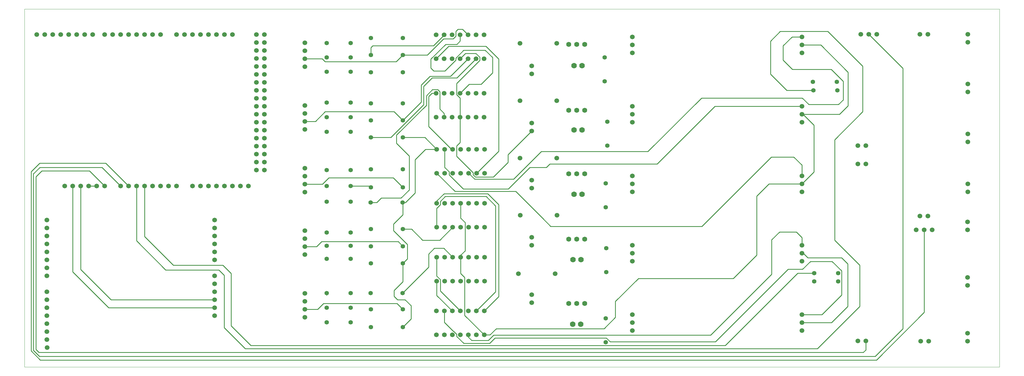
<source format=gtl>
%FSLAX43Y43*%
%MOMM*%
G71*
G01*
G75*
G04 Layer_Physical_Order=1*
G04 Layer_Color=255*
%ADD10C,0.250*%
%ADD11C,0.254*%
%ADD12C,0.100*%
%ADD13C,1.500*%
%ADD14C,1.500*%
%ADD15C,1.400*%
%ADD16C,1.778*%
%ADD17C,1.600*%
D10*
X164800Y47300D02*
X167300Y44800D01*
X215400D01*
X220000Y49400D01*
X156200Y55900D02*
X164800Y47300D01*
X136870Y55900D02*
X156200D01*
X131080Y61690D02*
X136870Y55900D01*
X133400Y55200D02*
X147300D01*
X150800Y51700D01*
Y22420D02*
Y43200D01*
X146800Y54300D02*
X149800Y51300D01*
X133800Y54300D02*
X146800D01*
X265600Y19300D02*
Y32400D01*
X252100Y5800D02*
X265600Y19300D01*
X70200Y5800D02*
X252100D01*
X279300Y12200D02*
Y95160D01*
X270500Y3400D02*
X279300Y12200D01*
X4700Y3400D02*
X270500D01*
X268500Y105960D02*
X279300Y95160D01*
X256600Y14100D02*
X261800Y19300D01*
X247200Y14100D02*
X256600D01*
X256820Y33600D02*
X259787Y30633D01*
X249900Y33600D02*
X256820D01*
X247400Y31100D02*
X249900Y33600D01*
X242800Y31100D02*
X247400D01*
X153800Y56700D02*
X159000Y61900D01*
X139556Y56700D02*
X153800D01*
X218200Y10100D02*
X237600Y29500D01*
X149200Y10100D02*
X218200D01*
X147500Y8400D02*
X149200Y10100D01*
X184300Y12200D02*
X187900Y15800D01*
X150000Y12200D02*
X184300D01*
X147980Y10180D02*
X150000Y12200D01*
X187900Y15800D02*
Y20900D01*
X195200Y28200D01*
X2100Y5100D02*
X5000Y2200D01*
X2100Y5100D02*
Y62200D01*
X5000Y2200D02*
X270900D01*
X2800Y5300D02*
Y61500D01*
Y5300D02*
X4700Y3400D01*
X3600Y5600D02*
Y60600D01*
Y5600D02*
X4600Y4600D01*
X266700D01*
X270900Y2200D02*
X286100Y17400D01*
X153775Y67620D02*
X161300Y75145D01*
X153775Y65175D02*
Y67620D01*
X167000Y64700D02*
X201170D01*
X220000Y49400D02*
X237500Y66900D01*
X198200Y68600D02*
X215300Y85700D01*
X164300Y68600D02*
X198200D01*
X155500Y59800D02*
X164300Y68600D01*
X2100Y62200D02*
X4800Y64900D01*
X2800Y61500D02*
X4900Y63600D01*
X3600Y60600D02*
X5500Y62500D01*
X185017Y9196D02*
X186213Y8000D01*
X95990Y23400D02*
X96090Y23500D01*
X96010Y103280D02*
X96090Y103200D01*
Y22810D02*
Y23500D01*
X236750Y58350D02*
X247200D01*
X232800Y54400D02*
X236750Y58350D01*
X232800Y35600D02*
Y54400D01*
X225400Y28200D02*
X232800Y35600D01*
X195200Y28200D02*
X225400D01*
X146180Y10180D02*
X147980D01*
X247200Y102600D02*
X253200D01*
X222813Y6813D02*
X232400Y16400D01*
X71987Y6813D02*
X222813D01*
X138700Y34970D02*
Y35600D01*
X140100Y37000D01*
Y46000D01*
X138700Y47400D02*
X140100Y46000D01*
X138700Y47400D02*
Y52140D01*
X131080Y44520D02*
Y50546D01*
X149800Y23960D02*
Y51300D01*
X132207Y52707D02*
X133800Y54300D01*
X132207Y51673D02*
Y52707D01*
X131080Y50546D02*
X132207Y51673D01*
X131080Y52880D02*
X133400Y55200D01*
X131080Y52140D02*
Y52880D01*
X143640Y17800D02*
X149800Y23960D01*
X132040Y40400D02*
X136160Y44520D01*
X126600Y40400D02*
X132040D01*
X123100Y43900D02*
X126600Y40400D01*
X120280Y43900D02*
X123100D01*
X150800Y43200D02*
Y51700D01*
X120280Y12700D02*
X122900Y15320D01*
Y19500D01*
X120280Y27180D02*
Y33000D01*
X121700Y34420D01*
Y39000D01*
X117300Y43400D02*
X121700Y39000D01*
X117300Y43400D02*
Y45500D01*
X120280Y48480D01*
X138520Y71520D02*
Y79590D01*
X142653Y61223D02*
Y61871D01*
X141707Y62817D02*
X142653Y61871D01*
X141683Y62817D02*
X141707D01*
X124200Y55420D02*
Y66000D01*
X127510Y69310D01*
X131080D01*
X139973Y16387D02*
Y28527D01*
X138700Y29800D02*
X139973Y28527D01*
X138700Y29800D02*
Y34970D01*
X130010Y102300D02*
X133620Y105910D01*
X120180Y23500D02*
X128500Y31820D01*
X130010Y102300D02*
X133620Y105910D01*
X138560Y17800D02*
Y17840D01*
X132207Y24193D02*
X138560Y17840D01*
X132207Y24193D02*
Y27817D01*
X131080Y28944D02*
X132207Y27817D01*
X131080Y28944D02*
Y34970D01*
Y22740D02*
X136020Y17800D01*
X131080Y22740D02*
Y27350D01*
X143640Y17800D02*
X144147D01*
X118430Y20200D02*
X120280Y18350D01*
X95100Y20200D02*
X118430D01*
X93220Y18320D02*
X95100Y20200D01*
X133330Y37800D02*
X136160Y34970D01*
X240100Y43000D02*
X245400D01*
X237600Y40500D02*
X240100Y43000D01*
X237600Y29500D02*
Y40500D01*
X142200Y8400D02*
X147500D01*
X149596Y9196D02*
X185017D01*
X147900Y7500D02*
X149596Y9196D01*
X139646Y7500D02*
X147900D01*
X137433Y9713D02*
X139646Y7500D01*
X186213Y8000D02*
X219700D01*
X242800Y31100D01*
X146180Y17800D02*
X150800Y22420D01*
X4800Y64900D02*
X25830D01*
X4900Y63600D02*
X24590D01*
X5500Y62500D02*
X20610D01*
X138520Y98200D02*
X140220Y99900D01*
X143494D01*
X144727Y98667D01*
Y97787D02*
Y98667D01*
Y97787D02*
X144800Y97714D01*
X137393Y90307D02*
X144800Y97714D01*
X137393Y86743D02*
Y90307D01*
Y86743D02*
X138520Y85616D01*
Y79590D02*
Y85616D01*
Y87210D02*
X141410Y90100D01*
X145200D01*
X148800Y93700D01*
Y98600D01*
X146500Y100900D02*
X148800Y98600D01*
X139626Y100900D02*
X146500D01*
X137107Y98381D02*
X139626Y100900D01*
X137107Y97733D02*
Y98381D01*
X133674Y94300D02*
X137107Y97733D01*
X130100Y94300D02*
X133674D01*
X129200Y95200D02*
X130100Y94300D01*
X129200Y95200D02*
Y98100D01*
X133900Y102800D01*
X137500D01*
X136266Y104512D02*
X137107Y105353D01*
X133288Y104512D02*
X136266D01*
X128126Y99350D02*
X133288Y104512D01*
X137500Y102800D02*
X138520Y103820D01*
Y105820D01*
X139280Y107600D02*
X141060Y105820D01*
X137800Y107600D02*
X139280D01*
X137107Y106907D02*
X137800Y107600D01*
X137107Y105353D02*
Y106907D01*
X65700Y13100D02*
X71987Y6813D01*
X63500Y12500D02*
X70200Y5800D01*
X63500Y12500D02*
Y29200D01*
X61800Y30900D02*
X63500Y29200D01*
X35620Y40180D02*
Y57650D01*
Y40180D02*
X44900Y30900D01*
X61800D01*
X257600Y40400D02*
X265600Y32400D01*
X257600Y40400D02*
Y72400D01*
X266500Y81300D01*
Y95800D01*
X65700Y13100D02*
Y29800D01*
X232400Y16400D02*
X245900Y29900D01*
X251090D01*
X247525Y80475D02*
X259175D01*
X247200D02*
X247525D01*
X259175D02*
X261900Y83200D01*
Y93900D01*
X253200Y102600D02*
X261900Y93900D01*
X24590Y63600D02*
X30540Y57650D01*
X25830Y64900D02*
X33080Y57650D01*
X286100Y17400D02*
Y43660D01*
X22920Y57650D02*
Y58280D01*
X20610Y62500D02*
X25460Y57650D01*
X267500Y5400D02*
Y8240D01*
X27500Y21400D02*
X60400D01*
X17840Y31060D02*
X27500Y21400D01*
X17840Y31060D02*
Y57650D01*
X26740Y18860D02*
X60400D01*
X15300Y30300D02*
X26740Y18860D01*
X15300Y30300D02*
Y57650D01*
X247525Y80475D02*
X251000Y77000D01*
Y62150D02*
Y77000D01*
X247200Y58350D02*
X251000Y62150D01*
X247200Y36225D02*
X247675D01*
X249100Y34800D01*
X259800D01*
X261800Y32800D01*
Y19300D02*
Y32800D01*
X89100Y98200D02*
X94613D01*
X95540Y97273D01*
X118203D01*
X120280Y99350D01*
Y78550D02*
X126100Y84370D01*
X135460Y92600D02*
X141060Y98200D01*
X126100Y84370D02*
Y89800D01*
X128900Y92600D01*
X135460D01*
X129596Y92096D02*
X135669D01*
X135673Y92100D01*
X137500D01*
X143600Y98200D01*
X120280Y99350D02*
X128126D01*
X110120D02*
Y101720D01*
X110700Y102300D01*
X130010D01*
X266700Y4600D02*
X267500Y5400D01*
X20380Y57650D02*
X22920D01*
X247200Y16640D02*
X253540D01*
X259787Y22887D01*
Y30633D01*
X133480Y14220D02*
Y17800D01*
Y14220D02*
X136393Y11307D01*
X136487D01*
X137433Y10361D01*
Y9713D02*
Y10361D01*
X247200Y38765D02*
Y41200D01*
X245400Y43000D02*
X247200Y41200D01*
X241200Y97800D02*
X244200Y94800D01*
X256500D01*
X215300Y85700D02*
X247300D01*
X219485Y83015D02*
X247200D01*
X201170Y64700D02*
X219485Y83015D01*
X135033Y61223D02*
Y62167D01*
X133620Y63580D02*
X135033Y62167D01*
X133620Y63580D02*
Y69310D01*
X89100Y18320D02*
X93220D01*
X89100Y38290D02*
X92890D01*
X89100Y60800D02*
X89300D01*
X89100Y58260D02*
X94760D01*
X96800Y60300D01*
X117230D01*
X120280Y57250D01*
X89100Y78230D02*
X92530D01*
X95600Y81300D01*
X117530D01*
X120280Y78550D01*
X130900Y98200D02*
X134900Y102200D01*
X146700D01*
X150800Y98100D01*
Y68710D02*
Y98100D01*
X143780Y61690D02*
X150800Y68710D01*
X129510Y87210D02*
X130900D01*
X128500Y86200D02*
X129510Y87210D01*
X103710Y57650D02*
X109720D01*
X110120Y73100D02*
X116500D01*
X120280D02*
X127290D01*
X131080Y69310D01*
X127804Y86404D02*
X129737Y88337D01*
X132027Y82181D02*
X133440Y80768D01*
Y79590D02*
Y80768D01*
X122300Y56400D02*
Y67200D01*
X118263Y71237D02*
X122300Y67200D01*
X118263Y71237D02*
Y73863D01*
X127804Y83404D01*
Y86404D01*
X92890Y38290D02*
X94500Y39900D01*
X118830D01*
X120280Y38450D01*
X135033Y61223D02*
X139556Y56700D01*
X128500Y76600D02*
Y86200D01*
Y76600D02*
X135790Y69310D01*
X136160D01*
X139973Y16387D02*
X146180Y10180D01*
X237200Y93300D02*
Y94600D01*
Y93300D02*
X242400Y88100D01*
X250890D01*
X255400Y106900D02*
X266500Y95800D01*
X237200Y103800D02*
X240300Y106900D01*
X255400D01*
X237200Y94600D02*
Y103800D01*
X38160Y41540D02*
Y57650D01*
Y41540D02*
X47300Y32400D01*
X63100D01*
X65700Y29800D01*
X128500Y31820D02*
Y36000D01*
X130300Y37800D01*
X133330D01*
X141100Y9500D02*
X142200Y8400D01*
X141100Y9500D02*
Y10180D01*
X241200Y97800D02*
Y102300D01*
X244040Y105140D01*
X247200D01*
X256500Y94800D02*
X260300Y91000D01*
X247300Y85700D02*
X249400Y83600D01*
X258800D01*
X260300Y85100D01*
Y91000D01*
X247200Y60890D02*
Y64290D01*
X237500Y66900D02*
X244590D01*
X247200Y64290D01*
X137400Y67100D02*
X141683Y62817D01*
X137400Y67100D02*
Y70400D01*
X138520Y71520D01*
X131364Y88337D02*
X132027Y87674D01*
X129737Y88337D02*
X131364D01*
X132027Y82181D02*
Y87674D01*
X116500Y73100D02*
X126900Y83500D01*
Y89400D01*
X129596Y92096D01*
X119700Y53800D02*
X122300Y56400D01*
X113400Y53800D02*
X119700D01*
X112000Y52400D02*
X113400Y53800D01*
X110020Y52400D02*
X112000D01*
X121180D02*
X124200Y55420D01*
X120180Y52400D02*
X121180D01*
X120280Y48480D02*
Y52300D01*
X120180Y52400D02*
X120280Y52300D01*
X121000Y21400D02*
X122900Y19500D01*
X118600Y21400D02*
X121000D01*
X117500Y24400D02*
X120280Y27180D01*
X117500Y22500D02*
Y24400D01*
Y22500D02*
X118600Y21400D01*
X142653Y61223D02*
X143376Y60500D01*
X149100D01*
X153775Y65175D01*
X141240Y61690D02*
X143130Y59800D01*
X155500D01*
D11*
X165900Y63600D02*
X167000Y64700D01*
X160700Y63600D02*
X165900D01*
X159000Y61900D02*
X160700Y63600D01*
D12*
X-0Y-0D02*
Y114000D01*
Y-0D02*
X310000D01*
Y114000D01*
X-0D02*
X310000D01*
D13*
X146320Y34970D02*
D03*
X143780D02*
D03*
X141240D02*
D03*
X138700D02*
D03*
X136160D02*
D03*
X133620D02*
D03*
X131080D02*
D03*
X146320Y27350D02*
D03*
X143780D02*
D03*
X141240D02*
D03*
X138700D02*
D03*
X136160D02*
D03*
X133620D02*
D03*
X131080D02*
D03*
X146320Y52140D02*
D03*
X143780D02*
D03*
X141240D02*
D03*
X138700D02*
D03*
X136160D02*
D03*
X133620D02*
D03*
X131080D02*
D03*
X146320Y44520D02*
D03*
X143780D02*
D03*
X141240D02*
D03*
X138700D02*
D03*
X136160D02*
D03*
X133620D02*
D03*
X131080D02*
D03*
X146140Y87210D02*
D03*
X143600D02*
D03*
X141060D02*
D03*
X138520D02*
D03*
X135980D02*
D03*
X133440D02*
D03*
X130900D02*
D03*
X146140Y79590D02*
D03*
X143600D02*
D03*
X141060D02*
D03*
X138520D02*
D03*
X135980D02*
D03*
X133440D02*
D03*
X130900D02*
D03*
X146140Y105820D02*
D03*
X143600D02*
D03*
X141060D02*
D03*
X138520D02*
D03*
X135980D02*
D03*
X133440D02*
D03*
X130900D02*
D03*
X146140Y98200D02*
D03*
X143600D02*
D03*
X141060D02*
D03*
X138520D02*
D03*
X135980D02*
D03*
X133440D02*
D03*
X130900D02*
D03*
X146180Y17800D02*
D03*
X143640D02*
D03*
X141100D02*
D03*
X138560D02*
D03*
X136020D02*
D03*
X133480D02*
D03*
X130940D02*
D03*
X146180Y10180D02*
D03*
X143640D02*
D03*
X141100D02*
D03*
X138560D02*
D03*
X136020D02*
D03*
X133480D02*
D03*
X130940D02*
D03*
X146320Y69310D02*
D03*
X143780D02*
D03*
X141240D02*
D03*
X138700D02*
D03*
X136160D02*
D03*
X133620D02*
D03*
X131080D02*
D03*
X146320Y61690D02*
D03*
X143780D02*
D03*
X141240D02*
D03*
X138700D02*
D03*
X136160D02*
D03*
X133620D02*
D03*
X131080D02*
D03*
D14*
X287240Y106000D02*
D03*
X284700D02*
D03*
X287240Y48100D02*
D03*
X284700D02*
D03*
X299900Y43660D02*
D03*
Y46200D02*
D03*
X267500Y64700D02*
D03*
X264960D02*
D03*
X267500Y8240D02*
D03*
X264960D02*
D03*
X299900Y8200D02*
D03*
Y10740D02*
D03*
Y25930D02*
D03*
Y28470D02*
D03*
X89100Y95660D02*
D03*
Y98200D02*
D03*
Y100740D02*
D03*
Y103280D02*
D03*
Y75690D02*
D03*
Y78230D02*
D03*
Y80770D02*
D03*
Y83310D02*
D03*
Y55720D02*
D03*
Y58260D02*
D03*
Y60800D02*
D03*
Y63340D02*
D03*
Y35750D02*
D03*
Y38290D02*
D03*
Y40830D02*
D03*
Y43370D02*
D03*
Y15780D02*
D03*
Y18320D02*
D03*
Y20860D02*
D03*
Y23400D02*
D03*
X161300Y77685D02*
D03*
Y75145D02*
D03*
Y59470D02*
D03*
Y56930D02*
D03*
Y41255D02*
D03*
Y38715D02*
D03*
Y23040D02*
D03*
Y20500D02*
D03*
X288640Y43660D02*
D03*
X286100D02*
D03*
X283560D02*
D03*
X284960Y8200D02*
D03*
X287500D02*
D03*
X265960Y105960D02*
D03*
X268500D02*
D03*
X271040D02*
D03*
X264960Y70500D02*
D03*
X267500D02*
D03*
X7200Y6150D02*
D03*
X7100Y23930D02*
D03*
Y21390D02*
D03*
Y18850D02*
D03*
Y16310D02*
D03*
Y13770D02*
D03*
Y11230D02*
D03*
Y8690D02*
D03*
X60400Y34080D02*
D03*
Y36620D02*
D03*
Y39160D02*
D03*
Y41700D02*
D03*
Y44240D02*
D03*
Y46780D02*
D03*
X7100Y29000D02*
D03*
Y31540D02*
D03*
Y34080D02*
D03*
Y36620D02*
D03*
Y39160D02*
D03*
Y41700D02*
D03*
Y44240D02*
D03*
Y46780D02*
D03*
X157575Y103100D02*
D03*
X169225D02*
D03*
X157575Y84825D02*
D03*
X169225D02*
D03*
X157575Y66550D02*
D03*
X169225D02*
D03*
X157675Y48300D02*
D03*
X169325D02*
D03*
X157075Y29700D02*
D03*
X168725D02*
D03*
X60400Y29020D02*
D03*
Y26480D02*
D03*
Y23940D02*
D03*
Y21400D02*
D03*
Y18860D02*
D03*
Y16320D02*
D03*
X300000Y103460D02*
D03*
Y106000D02*
D03*
Y87573D02*
D03*
Y90113D02*
D03*
Y71687D02*
D03*
Y74227D02*
D03*
X73720Y105910D02*
D03*
X76260D02*
D03*
X73720Y103370D02*
D03*
X76260D02*
D03*
X73720Y100830D02*
D03*
X76260D02*
D03*
X73720Y98290D02*
D03*
X76260D02*
D03*
X73720Y95750D02*
D03*
X76260D02*
D03*
X73720Y93210D02*
D03*
X76260D02*
D03*
X73720Y90670D02*
D03*
X76260D02*
D03*
X73720Y88130D02*
D03*
X76260D02*
D03*
X73720Y85590D02*
D03*
X76260D02*
D03*
X73720Y83050D02*
D03*
X76260D02*
D03*
X73720Y80510D02*
D03*
X76260D02*
D03*
X73720Y77970D02*
D03*
X76260D02*
D03*
X73720Y75430D02*
D03*
X76260D02*
D03*
X73720Y72890D02*
D03*
X76260D02*
D03*
X73720Y70350D02*
D03*
X76260D02*
D03*
X73720Y67810D02*
D03*
X76260D02*
D03*
X73720Y65270D02*
D03*
X76260D02*
D03*
X73720Y62730D02*
D03*
X76260D02*
D03*
X48320Y57650D02*
D03*
X45780D02*
D03*
X43240D02*
D03*
X40700D02*
D03*
X38160D02*
D03*
X35620D02*
D03*
X33080D02*
D03*
X30540D02*
D03*
X71180D02*
D03*
X68640D02*
D03*
X66100D02*
D03*
X63560D02*
D03*
X61020D02*
D03*
X58480D02*
D03*
X55940D02*
D03*
X53400D02*
D03*
X21650Y105910D02*
D03*
X19110D02*
D03*
X16570D02*
D03*
X14030D02*
D03*
X11490D02*
D03*
X8950D02*
D03*
X6410D02*
D03*
X3870D02*
D03*
X43240D02*
D03*
X40700D02*
D03*
X38160D02*
D03*
X35620D02*
D03*
X33080D02*
D03*
X30540D02*
D03*
X28000D02*
D03*
X25460D02*
D03*
X12760Y57650D02*
D03*
X15300D02*
D03*
X17840D02*
D03*
X20380D02*
D03*
X22920D02*
D03*
X25460D02*
D03*
X48320Y105910D02*
D03*
X50860D02*
D03*
X53400D02*
D03*
X55940D02*
D03*
X58480D02*
D03*
X61020D02*
D03*
X63560D02*
D03*
X66100D02*
D03*
X300000Y55800D02*
D03*
Y58340D02*
D03*
X247200Y100060D02*
D03*
Y102600D02*
D03*
Y105140D02*
D03*
X193300Y100060D02*
D03*
Y102600D02*
D03*
Y105140D02*
D03*
X247200Y77935D02*
D03*
Y80475D02*
D03*
Y83015D02*
D03*
X193300Y77935D02*
D03*
Y80475D02*
D03*
Y83015D02*
D03*
X247200Y55810D02*
D03*
Y58350D02*
D03*
Y60890D02*
D03*
X193300Y55810D02*
D03*
Y58350D02*
D03*
Y60890D02*
D03*
X247200Y33685D02*
D03*
Y36225D02*
D03*
Y38765D02*
D03*
X193300Y33685D02*
D03*
Y36225D02*
D03*
Y38765D02*
D03*
X247200Y11560D02*
D03*
Y14100D02*
D03*
Y16640D02*
D03*
X193300Y11560D02*
D03*
Y14100D02*
D03*
Y16640D02*
D03*
X161300Y95900D02*
D03*
Y93360D02*
D03*
D15*
X184500Y98610D02*
D03*
Y90990D02*
D03*
X185300Y78110D02*
D03*
Y70490D02*
D03*
X184800Y58510D02*
D03*
Y50890D02*
D03*
X185000Y37810D02*
D03*
Y30190D02*
D03*
X184800Y15510D02*
D03*
Y7890D02*
D03*
X258310Y90800D02*
D03*
X250690D02*
D03*
X250890Y88100D02*
D03*
X258510D02*
D03*
X251090Y27200D02*
D03*
X258710D02*
D03*
Y29900D02*
D03*
X251090D02*
D03*
X110120Y104800D02*
D03*
X120280D02*
D03*
X110120Y99350D02*
D03*
X120280D02*
D03*
X110120Y93900D02*
D03*
X120280D02*
D03*
X96090Y103200D02*
D03*
X103710D02*
D03*
X96090Y98600D02*
D03*
X103710D02*
D03*
X96090Y94000D02*
D03*
X103710D02*
D03*
X110120Y84000D02*
D03*
X120280D02*
D03*
X110120Y78550D02*
D03*
X120280D02*
D03*
X110120Y73100D02*
D03*
X120280D02*
D03*
X96090Y84200D02*
D03*
X103710D02*
D03*
X96090Y79550D02*
D03*
X103710D02*
D03*
X96090Y74900D02*
D03*
X103710D02*
D03*
X110120Y63000D02*
D03*
X120280D02*
D03*
X110120Y57250D02*
D03*
X120280D02*
D03*
X110020Y52400D02*
D03*
X120180D02*
D03*
X96090Y62700D02*
D03*
X103710D02*
D03*
X96090Y57650D02*
D03*
X103710D02*
D03*
X96090Y52600D02*
D03*
X103710D02*
D03*
X110120Y43900D02*
D03*
X120280D02*
D03*
X110120Y38450D02*
D03*
X120280D02*
D03*
X110120Y33000D02*
D03*
X120280D02*
D03*
X96090Y42800D02*
D03*
X103710D02*
D03*
X96090Y38600D02*
D03*
X103710D02*
D03*
X96090Y34400D02*
D03*
X103710D02*
D03*
X110020Y23500D02*
D03*
X120180D02*
D03*
X110120Y18350D02*
D03*
X120280D02*
D03*
X110120Y12700D02*
D03*
X120280D02*
D03*
X96090Y23500D02*
D03*
X103710D02*
D03*
X96090Y18850D02*
D03*
X103710D02*
D03*
X96090Y14200D02*
D03*
X103710D02*
D03*
D16*
X177270Y96000D02*
D03*
X174730D02*
D03*
X177270Y75500D02*
D03*
X174730D02*
D03*
Y55000D02*
D03*
X177270D02*
D03*
X176870Y13600D02*
D03*
X174330D02*
D03*
X176970Y34200D02*
D03*
X174430D02*
D03*
D17*
X178140Y102800D02*
D03*
X175600D02*
D03*
X173060D02*
D03*
X178140Y81800D02*
D03*
X175600D02*
D03*
X173060D02*
D03*
X178140Y61500D02*
D03*
X175600D02*
D03*
X173060D02*
D03*
X178140Y40700D02*
D03*
X175600D02*
D03*
X173060D02*
D03*
X178140Y20200D02*
D03*
X175600D02*
D03*
X173060D02*
D03*
M02*

</source>
